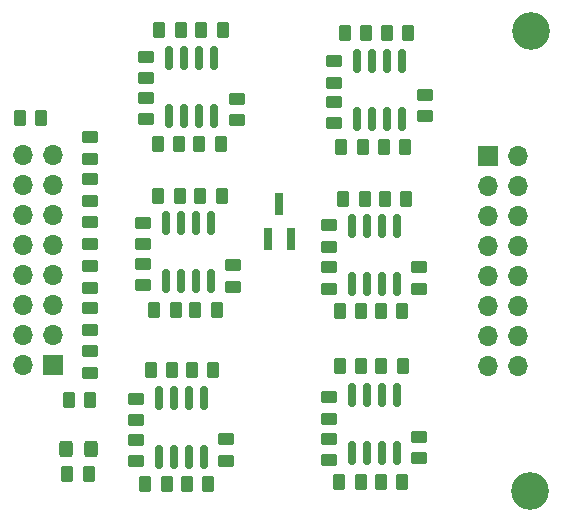
<source format=gts>
G04 #@! TF.GenerationSoftware,KiCad,Pcbnew,(6.0.6)*
G04 #@! TF.CreationDate,2022-08-29T15:29:16+02:00*
G04 #@! TF.ProjectId,amplifier-board-six-channels,616d706c-6966-4696-9572-2d626f617264,rev?*
G04 #@! TF.SameCoordinates,Original*
G04 #@! TF.FileFunction,Soldermask,Top*
G04 #@! TF.FilePolarity,Negative*
%FSLAX46Y46*%
G04 Gerber Fmt 4.6, Leading zero omitted, Abs format (unit mm)*
G04 Created by KiCad (PCBNEW (6.0.6)) date 2022-08-29 15:29:16*
%MOMM*%
%LPD*%
G01*
G04 APERTURE LIST*
G04 Aperture macros list*
%AMRoundRect*
0 Rectangle with rounded corners*
0 $1 Rounding radius*
0 $2 $3 $4 $5 $6 $7 $8 $9 X,Y pos of 4 corners*
0 Add a 4 corners polygon primitive as box body*
4,1,4,$2,$3,$4,$5,$6,$7,$8,$9,$2,$3,0*
0 Add four circle primitives for the rounded corners*
1,1,$1+$1,$2,$3*
1,1,$1+$1,$4,$5*
1,1,$1+$1,$6,$7*
1,1,$1+$1,$8,$9*
0 Add four rect primitives between the rounded corners*
20,1,$1+$1,$2,$3,$4,$5,0*
20,1,$1+$1,$4,$5,$6,$7,0*
20,1,$1+$1,$6,$7,$8,$9,0*
20,1,$1+$1,$8,$9,$2,$3,0*%
G04 Aperture macros list end*
%ADD10RoundRect,0.250000X-0.262500X-0.450000X0.262500X-0.450000X0.262500X0.450000X-0.262500X0.450000X0*%
%ADD11C,3.200000*%
%ADD12RoundRect,0.150000X-0.150000X0.825000X-0.150000X-0.825000X0.150000X-0.825000X0.150000X0.825000X0*%
%ADD13RoundRect,0.250000X0.450000X-0.262500X0.450000X0.262500X-0.450000X0.262500X-0.450000X-0.262500X0*%
%ADD14RoundRect,0.250000X0.262500X0.450000X-0.262500X0.450000X-0.262500X-0.450000X0.262500X-0.450000X0*%
%ADD15RoundRect,0.250000X-0.450000X0.262500X-0.450000X-0.262500X0.450000X-0.262500X0.450000X0.262500X0*%
%ADD16R,0.800000X1.900000*%
%ADD17R,1.700000X1.700000*%
%ADD18O,1.700000X1.700000*%
%ADD19RoundRect,0.250000X-0.325000X-0.450000X0.325000X-0.450000X0.325000X0.450000X-0.325000X0.450000X0*%
G04 APERTURE END LIST*
D10*
X41454700Y-58064400D03*
X43279700Y-58064400D03*
D11*
X80695800Y-20548600D03*
D10*
X68050100Y-48951400D03*
X69875100Y-48951400D03*
D12*
X53036600Y-51673400D03*
X51766600Y-51673400D03*
X50496600Y-51673400D03*
X49226600Y-51673400D03*
X49226600Y-56623400D03*
X50496600Y-56623400D03*
X51766600Y-56623400D03*
X53036600Y-56623400D03*
D13*
X43434000Y-49530000D03*
X43434000Y-47705000D03*
X63662600Y-42415100D03*
X63662600Y-40590100D03*
D14*
X66321900Y-58751400D03*
X64496900Y-58751400D03*
D13*
X47281600Y-57010900D03*
X47281600Y-55185900D03*
X43434000Y-31392500D03*
X43434000Y-29567500D03*
D14*
X39266500Y-27940000D03*
X37441500Y-27940000D03*
D10*
X64550100Y-48951400D03*
X66375100Y-48951400D03*
D15*
X47881600Y-36785900D03*
X47881600Y-38610900D03*
D14*
X66375100Y-44301400D03*
X64550100Y-44301400D03*
D10*
X49169100Y-34498400D03*
X50994100Y-34498400D03*
D14*
X66512600Y-30426400D03*
X64687600Y-30426400D03*
D15*
X64087600Y-23113900D03*
X64087600Y-24938900D03*
D14*
X49881600Y-58898400D03*
X48056600Y-58898400D03*
D15*
X63662600Y-37036000D03*
X63662600Y-38861000D03*
D13*
X71262600Y-56763900D03*
X71262600Y-54938900D03*
D16*
X58486000Y-38177600D03*
X60386000Y-38177600D03*
X59436000Y-35177600D03*
D12*
X69842600Y-23101400D03*
X68572600Y-23101400D03*
X67302600Y-23101400D03*
X66032600Y-23101400D03*
X66032600Y-28051400D03*
X67302600Y-28051400D03*
X68572600Y-28051400D03*
X69842600Y-28051400D03*
D13*
X43434000Y-45870500D03*
X43434000Y-44045500D03*
D12*
X69417600Y-37076400D03*
X68147600Y-37076400D03*
X66877600Y-37076400D03*
X65607600Y-37076400D03*
X65607600Y-42026400D03*
X66877600Y-42026400D03*
X68147600Y-42026400D03*
X69417600Y-42026400D03*
D15*
X63612600Y-51588900D03*
X63612600Y-53413900D03*
D10*
X68350100Y-34751400D03*
X70175100Y-34751400D03*
D13*
X43434000Y-38608000D03*
X43434000Y-36783000D03*
D10*
X52719100Y-34498400D03*
X54544100Y-34498400D03*
D17*
X40300000Y-48875000D03*
D18*
X37760000Y-48875000D03*
X40300000Y-46335000D03*
X37760000Y-46335000D03*
X40300000Y-43795000D03*
X37760000Y-43795000D03*
X40300000Y-41255000D03*
X37760000Y-41255000D03*
X40300000Y-38715000D03*
X37760000Y-38715000D03*
X40300000Y-36175000D03*
X37760000Y-36175000D03*
X40300000Y-33635000D03*
X37760000Y-33635000D03*
X40300000Y-31095000D03*
X37760000Y-31095000D03*
D12*
X53636600Y-36823400D03*
X52366600Y-36823400D03*
X51096600Y-36823400D03*
X49826600Y-36823400D03*
X49826600Y-41773400D03*
X51096600Y-41773400D03*
X52366600Y-41773400D03*
X53636600Y-41773400D03*
D15*
X47281600Y-51685900D03*
X47281600Y-53510900D03*
D10*
X68000100Y-44301400D03*
X69825100Y-44301400D03*
D13*
X47881600Y-42110900D03*
X47881600Y-40285900D03*
D10*
X52634100Y-30123400D03*
X54459100Y-30123400D03*
X68525100Y-20726400D03*
X70350100Y-20726400D03*
D15*
X48096600Y-22760900D03*
X48096600Y-24585900D03*
D13*
X71787600Y-27788900D03*
X71787600Y-25963900D03*
D14*
X50959100Y-30123400D03*
X49134100Y-30123400D03*
D12*
X53901600Y-22848400D03*
X52631600Y-22848400D03*
X51361600Y-22848400D03*
X50091600Y-22848400D03*
X50091600Y-27798400D03*
X51361600Y-27798400D03*
X52631600Y-27798400D03*
X53901600Y-27798400D03*
D13*
X43434000Y-34948500D03*
X43434000Y-33123500D03*
X54881600Y-56960900D03*
X54881600Y-55135900D03*
X55531600Y-42210900D03*
X55531600Y-40385900D03*
X55846600Y-28135900D03*
X55846600Y-26310900D03*
X48096600Y-28035900D03*
X48096600Y-26210900D03*
X43434000Y-42314500D03*
X43434000Y-40489500D03*
D10*
X48519100Y-49298400D03*
X50344100Y-49298400D03*
X52019100Y-49298400D03*
X53844100Y-49298400D03*
X49234100Y-20473400D03*
X51059100Y-20473400D03*
D13*
X64087600Y-28388900D03*
X64087600Y-26563900D03*
X71262600Y-42413900D03*
X71262600Y-40588900D03*
D10*
X64850100Y-34751400D03*
X66675100Y-34751400D03*
X68262600Y-30426400D03*
X70087600Y-30426400D03*
D14*
X50644100Y-44198400D03*
X48819100Y-44198400D03*
D10*
X51581600Y-58898400D03*
X53406600Y-58898400D03*
X68000100Y-58751400D03*
X69825100Y-58751400D03*
D11*
X80670400Y-59486800D03*
D10*
X52319100Y-44198400D03*
X54144100Y-44198400D03*
D14*
X43434000Y-51816000D03*
X41609000Y-51816000D03*
D10*
X52796600Y-20473400D03*
X54621600Y-20473400D03*
D17*
X77063600Y-31125000D03*
D18*
X79603600Y-31125000D03*
X77063600Y-33665000D03*
X79603600Y-33665000D03*
X77063600Y-36205000D03*
X79603600Y-36205000D03*
X77063600Y-38745000D03*
X79603600Y-38745000D03*
X77063600Y-41285000D03*
X79603600Y-41285000D03*
X77063600Y-43825000D03*
X79603600Y-43825000D03*
X77063600Y-46365000D03*
X79603600Y-46365000D03*
X77063600Y-48905000D03*
X79603600Y-48905000D03*
D13*
X63612600Y-56913900D03*
X63612600Y-55088900D03*
D12*
X69367600Y-51376400D03*
X68097600Y-51376400D03*
X66827600Y-51376400D03*
X65557600Y-51376400D03*
X65557600Y-56326400D03*
X66827600Y-56326400D03*
X68097600Y-56326400D03*
X69367600Y-56326400D03*
D19*
X41393000Y-55930800D03*
X43443000Y-55930800D03*
D10*
X64975100Y-20726400D03*
X66800100Y-20726400D03*
M02*

</source>
